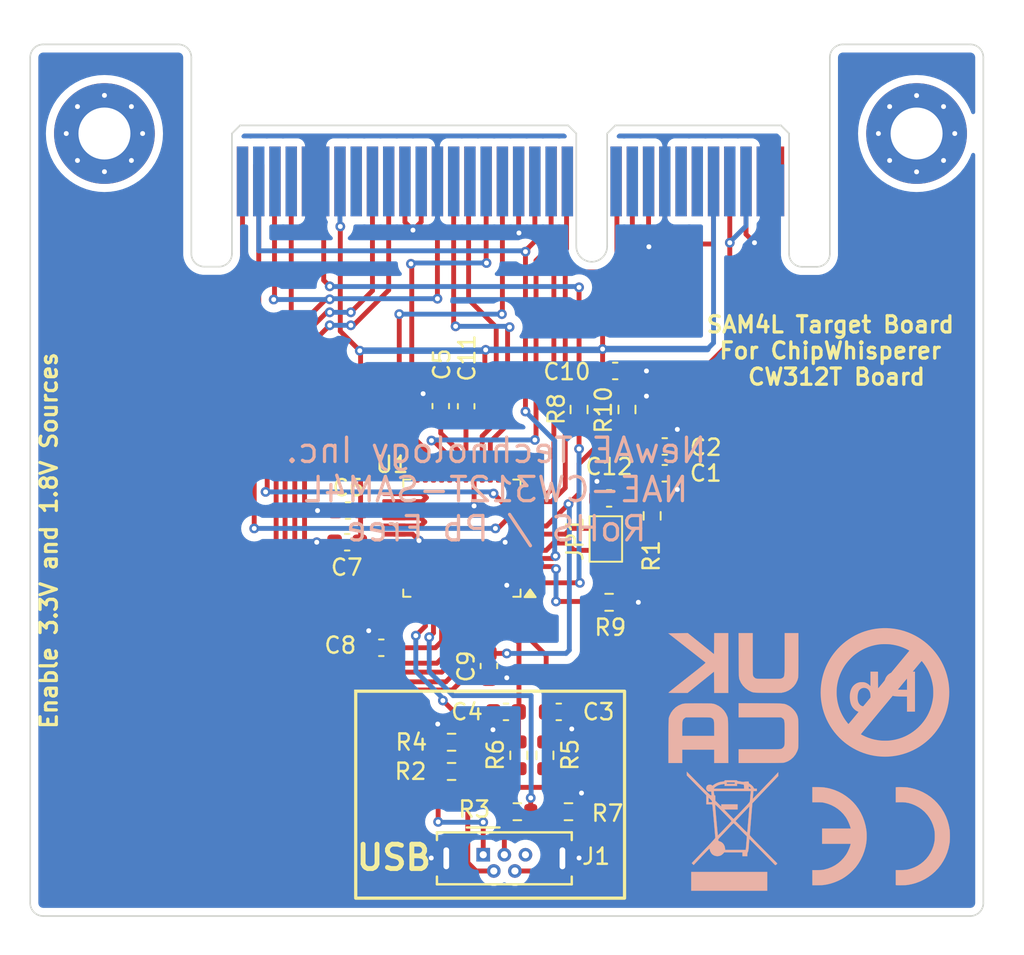
<source format=kicad_pcb>
(kicad_pcb (version 20240108) (generator "pcbnew") (generator_version "8.0")
  (layers (0 "F.Cu" signal) (31 "B.Cu" signal) (34 "B.Paste" user) (35 "F.Paste" user) (36 "B.SilkS" user "B.Silkscreen") (37 "F.SilkS" user "F.Silkscreen") (38 "B.Mask" user) (39 "F.Mask" user) (44 "Edge.Cuts" user))
  (net 0 "")
  (net 1 "/SHUNTH")
  (net 2 "GND")
  (net 3 "/USB_P")
  (net 4 "/USB_N")
  (net 5 "+3V3")
  (net 6 "Net-(U1-VDDOUT)")
  (net 7 "/ID")
  (net 8 "/D-")
  (net 9 "/+5")
  (net 10 "/D+")
  (net 12 "/SHUNTL")
  (net 13 "Net-(P1-FILTIN)")
  (net 22 "/PA05")
  (net 24 "/TMS")
  (net 25 "/USART_TX")
  (net 27 "/TDO{slash}SCK")
  (net 31 "/MISO")
  (net 34 "/TCK")
  (net 38 "/MOSI")
  (net 40 "/PA08")
  (net 45 "/RST")
  (net 46 "/CLKIN")
  (net 47 "/PA06")
  (net 50 "/PA07")
  (net 53 "/PA04")
  (net 54 "/TDI")
  (net 55 "/USART_RX")
  (net 56 "/PA19")
  (net 57 "/PA20")
  (net 58 "Net-(U1-PA00)")
  (net 59 "Net-(U1-PA02)")
  (net 60 "Net-(U1-CAPH)")
  (net 66 "Net-(U1-BIASH)")
  (footprint "Resistor_SMD:R_0603_1608Metric" (layer "F.Cu") (at 142.59 101.825 -90)
    (property "Reference" "R6")
    (property "Value" "RES_33R_0603")
  )
  (footprint "Capacitor_SMD:C_0603_1608Metric" (layer "F.Cu") (at 139.35 80.325 -90)
    (property "Reference" "C11")
    (property "Value" "CAP_100n_10V_0603")
  )
  (footprint "Capacitor_SMD:C_0603_1608Metric" (layer "F.Cu") (at 132.075 86.75)
    (property "Reference" "C6")
    (property "Value" "CAP_100n_10V_0603")
  )
  (footprint "Resistor_SMD:R_0603_1608Metric" (layer "F.Cu") (at 148.15 92.4 180)
    (property "Reference" "R9")
    (property "Value" "RES_10k_0603")
  )
  (footprint "Resistor_SMD:R_0603_1608Metric" (layer "F.Cu") (at 138.45 102.82 180)
    (property "Reference" "R2")
    (property "Value" "RES_47k_0603")
  )
  (footprint "Capacitor_SMD:C_0603_1608Metric" (layer "F.Cu") (at 141.8 99.15)
    (property "Reference" "C4")
    (property "Value" "CAP_47p_50V_0603")
  )
  (footprint "Silkscrren_Symbols:CE-Logo_8.5x6mm_SilkScreen" (layer "F.Cu") (at 164.9 106.8)
    (property "Reference" "PCB1" (hide yes))
    (property "Value" "CE Symbol" (hide yes))
  )
  (footprint "Capacitor_SMD:C_0603_1608Metric" (layer "F.Cu") (at 134.125 95.2)
    (property "Reference" "C8")
    (property "Value" "CAP_100n_10V_0603")
  )
  (footprint "Capacitor_SMD:C_0603_1608Metric" (layer "F.Cu") (at 151.575 82.8)
    (property "Reference" "C2")
    (property "Value" "CAP_2u2_6.3V_0603")
  )
  (footprint "Connector_USB:USB_Micro-B_Wuerth_614105150721_Vertical" (layer "F.Cu") (at 140.4 107.95)
    (property "Reference" "J1")
    (property "Value" "614105150721")
  )
  (footprint "Resistor_SMD:R_0603_1608Metric" (layer "F.Cu") (at 142.5 105.3)
    (property "Reference" "R3")
    (property "Value" "RES_1k5_0603")
  )
  (footprint "Jumper:SolderJumper-2_P1.3mm_Open_Pad1.0x1.5mm" (layer "F.Cu") (at 147.95 88.500001 -90)
    (property "Reference" "JP1")
    (property "Value" "~")
  )
  (footprint "Resistor_SMD:R_0603_1608Metric" (layer "F.Cu") (at 144.2 101.825 -90)
    (property "Reference" "R5")
    (property "Value" "RES_33R_0603")
  )
  (footprint "tutorial_2_library:CW312_Template" (layer "F.Cu") (at 117.08 63.525)
    (property "Reference" "P1" (hide yes))
    (property "Value" "PCIEx4 EDGE CONNECTOR")
    (fp_line (start -4.57 -4.69) (end -4.57 47.4) (stroke (width 0.1)) (layer "Edge.Cuts"))
    (fp_line (start 4.55 -5.49) (end -3.77 -5.49) (stroke (width 0.1)) (layer "Edge.Cuts"))
    (fp_line (start 5.35 7.4) (end 5.35 -4.69) (stroke (width 0.1)) (layer "Edge.Cuts"))
    (fp_line (start 7.05 8.2) (end 6.15 8.2) (stroke (width 0.1)) (layer "Edge.Cuts"))
    (fp_line (start 7.85 0) (end 8.35 -0.5) (stroke (width 0.1)) (layer "Edge.Cuts"))
    (fp_line (start 7.85 7.4) (end 7.85 0) (stroke (width 0.1)) (layer "Edge.Cuts"))
    (fp_line (start 28.55 -0.5) (end 8.35 -0.5) (stroke (width 0.1)) (layer "Edge.Cuts"))
    (fp_line (start 29.05 0) (end 28.55 -0.5) (stroke (width 0.1)) (layer "Edge.Cuts"))
    (fp_line (start 29.05 6.95) (end 29.05 0) (stroke (width 0.1)) (layer "Edge.Cuts"))
    (fp_line (start 30.95 0) (end 31.45 -0.5) (stroke (width 0.1)) (layer "Edge.Cuts"))
    (fp_line (start 30.95 6.95) (end 30.95 0) (stroke (width 0.1)) (layer "Edge.Cuts"))
    (fp_line (start 41.65 -0.5) (end 31.45 -0.5) (stroke (width 0.1)) (layer "Edge.Cuts"))
    (fp_line (start 42.15 0) (end 41.65 -0.5) (stroke (width 0.1)) (layer "Edge.Cuts"))
    (fp_line (start 42.15 7.41) (end 42.15 0) (stroke (width 0.1)) (layer "Edge.Cuts"))
    (fp_line (start 42.95 8.21) (end 43.86 8.21) (stroke (width 0.1)) (layer "Edge.Cuts"))
    (fp_line (start 44.66 7.41) (end 44.66 -4.69) (stroke (width 0.1)) (layer "Edge.Cuts"))
    (fp_line (start 45.46 -5.49) (end 53.31 -5.49) (stroke (width 0.1)) (layer "Edge.Cuts"))
    (fp_line (start 53.31 48.2) (end -3.77 48.2) (stroke (width 0.1)) (layer "Edge.Cuts"))
    (fp_line (start 54.11 -4.69) (end 54.11 47.4) (stroke (width 0.1)) (layer "Edge.Cuts"))
    (fp_arc (start -4.57 -4.69) (mid -4.335685 -5.255685) (end -3.77 -5.49) (stroke (width 0.1)) (layer "Edge.Cuts"))
    (fp_arc (start -3.77 48.2) (mid -4.335685 47.965685) (end -4.57 47.4) (stroke (width 0.1)) (layer "Edge.Cuts"))
    (fp_arc (start 4.55 -5.49) (mid 5.115685 -5.255685) (end 5.35 -4.69) (stroke (width 0.1)) (layer "Edge.Cuts"))
    (fp_arc (start 6.15 8.2) (mid 5.584315 7.965685) (end 5.35 7.4) (stroke (width 0.1)) (layer "Edge.Cuts"))
    (fp_arc (start 7.85 7.4) (mid 7.615685 7.965685) (end 7.05 8.2) (stroke (width 0.1)) (layer "Edge.Cuts"))
    (fp_arc (start 30.95 6.95) (mid 30 7.9) (end 29.05 6.95) (stroke (width 0.1)) (layer "Edge.Cuts"))
    (fp_arc (start 42.95 8.21) (mid 42.384315 7.975685) (end 42.15 7.41) (stroke (width 0.1)) (layer "Edge.Cuts"))
    (fp_arc (start 44.66 -4.69) (mid 44.894315 -5.255685) (end 45.46 -5.49) (stroke (width 0.1)) (layer "Edge.Cuts"))
    (fp_arc (start 44.66 7.41) (mid 44.425685 7.975685) (end 43.86 8.21) (stroke (width 0.1)) (layer "Edge.Cuts"))
    (fp_arc (start 53.31 -5.49) (mid 53.875685 -5.255685) (end 54.11 -4.69) (stroke (width 0.1)) (layer "Edge.Cuts"))
    (fp_arc (start 54.11 47.4) (mid 53.875685 47.965685) (end 53.31 48.2) (stroke (width 0.1)) (layer "Edge.Cuts"))
  )
  (footprint "Silkscrren_Symbols:Pb_Free_8.0x8.0mm_SilkScreen" (layer "F.Cu") (at 164.4 97.95)
    (property "Reference" "PCB2" (hide yes))
    (property "Value" "Pb_Free Symbol" (hide yes))
  )
  (footprint "Capacitor_SMD:C_0603_1608Metric" (layer "F.Cu") (at 151.575 84.45 180)
    (property "Reference" "C1")
    (property "Value" "CAP_100n_10V_0603")
  )
  (footprint "Capacitor_SMD:C_0603_1608Metric" (layer "F.Cu") (at 137.784949 80.314435 -90)
    (property "Reference" "C5")
    (property "Value" "CAP_100n_10V_0603")
  )
  (footprint "Capacitor_SMD:C_0603_1608Metric" (layer "F.Cu") (at 148.15 86 180)
    (property "Reference" "C12")
    (property "Value" "CAP_2u2_6.3V_0603")
  )
  (footprint "Resistor_SMD:R_0603_1608Metric" (layer "F.Cu") (at 149.25 80.525 90)
    (property "Reference" "R10")
    (property "Value" "RES_2k2_0603")
  )
  (footprint "Resistor_SMD:R_0603_1608Metric" (layer "F.Cu") (at 138.45 101.02)
    (property "Reference" "R4")
    (property "Value" "RES_68k_0603")
  )
  (footprint "Silkscrren_Symbols:WEEE-Logo_5.6x8mm_SilkScreen" (layer "F.Cu") (at 154.666666 106.153985)
    (property "Reference" "PCB4" (hide yes))
    (property "Value" "WEEE SYMBOL" (hide yes))
  )
  (footprint "Resistor_SMD:R_0603_1608Metric" (layer "F.Cu") (at 146.3 80.525 90)
    (property "Reference" "R8")
    (property "Value" "RES_51R_0603")
  )
  (footprint "Resistor_SMD:R_0603_1608Metric" (layer "F.Cu") (at 145.65 105.3 180)
    (property "Reference" "R7")
    (property "Value" "RES_1k5_0603")
  )
  (footprint "Resistor_SMD:R_0603_1608Metric" (layer "F.Cu") (at 150.8 87.075 90)
    (property "Reference" "R1")
    (property "Value" "RES_10R_0603")
  )
  (footprint "Capacitor_SMD:C_0603_1608Metric" (layer "F.Cu") (at 132.025 88.7)
    (property "Reference" "C7")
    (property "Value" "CAP_100n_10V_0603")
  )
  (footprint "Silkscrren_Symbols:UKCA-Logo_8x8mm_SilkScreen" (layer "F.Cu") (at 155.169899 98.300334)
    (property "Reference" "PCB3" (hide yes))
    (property "Value" "UKCA symbol" (hide yes))
  )
  (footprint "Package_QFP:LQFP-48_7x7mm_P0.5mm" (layer "F.Cu") (at 139.0875 88.45 180)
    (property "Reference" "U1")
    (property "Value" "ATSAM4LC2AA-AU")
  )
  (footprint "Capacitor_SMD:C_0603_1608Metric" (layer "F.Cu") (at 140.75 96.325 90)
    (property "Reference" "C9")
    (property "Value" "CAP_100n_10V_0603")
  )
  (footprint "Capacitor_SMD:C_0603_1608Metric" (layer "F.Cu") (at 148.525 78.15 180)
    (property "Reference" "C10")
    (property "Value" "CAP_100n_10V_0603")
  )
  (footprint "Capacitor_SMD:C_0603_1608Metric" (layer "F.Cu") (at 145.05 99.15 180)
    (property "Reference" "C3")
    (property "Value" "CAP_47p_50V_0603")
  )
  (gr_rect (start 132.55 97.875) (end 149.1 110.625) (stroke (width 0.2)) (fill none) (layer "F.SilkS"))
  (gr_text "NewAE Technology Inc.\nNAE-CW312T-SAM4L\nRoHS / Pb Free" (at 141.2 88.75 0) (layer "B.SilkS") (effects (font (size 1.5 1.5) (thickness 0.2) (bold yes)) (justify bottom mirror)))
  (gr_text "Enable 3.3V and 1.8V Sources" (at 114.25 100.3 90) (layer "F.SilkS") (effects (font (size 1 1) (thickness 0.2) (bold yes)) (justify left bottom)))
  (gr_text "USB" (at 132.45 109 0) (layer "F.SilkS") (effects (font (size 1.5 1.5) (thickness 0.3) (bold yes)) (justify left bottom)))
  (gr_text "SAM4L Target Board \nFor ChipWhisperer \nCW312T Board" (at 162.15 79.1 0) (layer "F.SilkS") (effects (font (size 1 1) (thickness 0.2) (bold yes)) (justify bottom)))
  (segment (start 157.6 66.495) (end 157.58 66.475) (width 0.2) (layer "F.Cu") (net 1))
  (segment (start 150.8 81.2) (end 150.8 82.8) (width 0.3) (layer "F.Cu") (net 1))
  (segment (start 150.8 82.8) (end 150.8 84.45) (width 0.3) (layer "F.Cu") (net 1))
  (segment (start 150.8 86.65) (end 150.95 86.8) (width 0.2) (layer "F.Cu") (net 1))
  (segment (start 155.58 76.42) (end 150.8 81.2) (width 0.3) (layer "F.Cu") (net 1))
  (segment (start 155.58 70.25) (end 155.58 76.42) (width 0.3) (layer "F.Cu") (net 1))
  (segment (start 155.58 66.475) (end 155.58 70.25) (width 0.3) (layer "F.Cu") (net 1))
  (segment (start 155.1 86.8) (end 158.18 83.72) (width 0.2) (layer "F.Cu") (net 1))
  (segment (start 158.18 83.72) (end 158.18 70.28) (width 0.2) (layer "F.Cu") (net 1))
  (segment (start 150.8 84.45) (end 150.8 86.25) (width 0.3) (layer "F.Cu") (net 1))
  (segment (start 158.18 70.28) (end 157.6 69.7) (width 0.2) (layer "F.Cu") (net 1))
  (segment (start 150.95 86.8) (end 155.1 86.8) (width 0.2) (layer "F.Cu") (net 1))
  (segment (start 157.6 69.7) (end 157.6 66.495) (width 0.2) (layer "F.Cu") (net 1))
  (segment (start 150.8 86.25) (end 150.8 86.65) (width 0.2) (layer "F.Cu") (net 1))
  (via (at 155.58 70.25) (size 0.6) (drill 0.3) (layers "F.Cu" "B.Cu") (net 1))
  (segment (start 155.58 70.25) (end 155.58 70.22) (width 0.3) (layer "B.Cu") (net 1))
  (segment (start 155.58 70.22) (end 156.58 69.22) (width 0.3) (layer "B.Cu") (net 1))
  (segment (start 156.58 69.22) (end 156.58 66.475) (width 0.3) (layer "B.Cu") (net 1))
  (segment (start 152.35 82.8) (end 152.35 81.75) (width 0.3) (layer "F.Cu") (net 2))
  (segment (start 149.25 79.7) (end 150.45 79.7) (width 0.3) (layer "F.Cu") (net 2))
  (segment (start 131.3 86.75) (end 130.2 86.75) (width 0.3) (layer "F.Cu") (net 2))
  (segment (start 131.25 88.7) (end 130.15 88.7) (width 0.3) (layer "F.Cu") (net 2))
  (segment (start 145.825 100.175) (end 145.85 100.2) (width 0.2) (layer "F.Cu") (net 2))
  (segment (start 143.25 88.7) (end 141.75 88.7) (width 0.3) (layer "F.Cu") (net 2))
  (segment (start 142.58 66.475) (end 142.58 69.63) (width 0.3) (layer "F.Cu") (net 2))
  (segment (start 150.58 66.475) (end 150.58 70.48) (width 0.3) (layer "F.Cu") (net 2))
  (segment (start 146.475 104.175) (end 146.45 104.15) (width 0.2) (layer "F.Cu") (net 2))
  (segment (start 140.75 97.1) (end 141.8 97.1) (width 0.3) (layer "F.Cu") (net 2))
  (segment (start 147.4 84.95) (end 147.375 84.975) (width 0.3) (layer "F.Cu") (net 2))
  (segment (start 149.2 79.65) (end 149.25 79.7) (width 0.2) (layer "F.Cu") (net 2))
  (segment (start 137.625 101.02) (end 137.625 99.925) (width 0.3) (layer "F.Cu") (net 2))
  (segment (start 139.8375 86.4625) (end 139.8375 84.2875) (width 0.3) (layer "F.Cu") (net 2))
  (segment (start 141.8 97.1) (end 141.85 97.05) (width 0.2) (layer "F.Cu") (net 2))
  (segment (start 142.58 69.63) (end 142.6 69.65) (width 0.3) (layer "F.Cu") (net 2))
  (segment (start 136.58 68.97) (end 136.58 66.475) (width 0.3) (layer "F.Cu") (net 2))
  (segment (start 137.795514 79.55) (end 137.784949 79.539435) (width 0.2) (layer "F.Cu") (net 2))
  (segment (start 149.3 78.15) (end 150.45 78.15) (width 0.3) (layer "F.Cu") (net 2))
  (segment (start 156.58 69.73) (end 157.1 70.25) (width 0.3) (layer "F.Cu") (net 2))
  (segment (start 152.35 84.45) (end 152.35 85.45) (width 0.3) (layer "F.Cu") (net 2))
  (segment (start 146.475 105.3) (end 146.475 104.175) (width 0.3) (layer "F.Cu") (net 2))
  (segment (start 136.05 88.2) (end 136.45 88.6) (width 0.3) (layer "F.Cu") (net 2))
  (segment (start 138.125 108.17) (end 137.22 108.17) (width 0.3) (layer "F.Cu") (net 2))
  (segment (start 137.795514 79.55) (end 136.7 79.55) (width 0.3) (layer "F.Cu") (net 2))
  (segment (start 134.925 88.2) (end 136.05 88.2) (width 0.3) (layer "F.Cu") (net 2))
  (segment (start 147.375 84.975) (end 147.375 86) (width 0.3) (layer "F.Cu") (net 2))
  (segment (start 139.35 79.55) (end 137.795514 79.55) (width 0.3) (layer "F.Cu") (net 2))
  (segment (start 156.58 66.475) (end 156.58 69.73) (width 0.3) (layer "F.Cu") (net 2))
  (segment (start 137.625 99.925) (end 137.6 99.9) (width 0.2) (layer "F.Cu") (net 2))
  (segment (start 135.58 68.98) (end 135.58 66.475) (width 0.3) (layer "F.Cu") (net 2))
  (segment (start 145.825 99.15) (end 145.825 100.175) (width 0.3) (layer "F.Cu") (net 2))
  (segment (start 141.025 100.225) (end 141 100.25) (width 0.2) (layer "F.Cu") (net 2))
  (segment (start 141.025 99.15) (end 141.025 100.225) (width 0.3) (layer "F.Cu") (net 2))
  (segment (start 133.35 95.2) (end 133.35 94.15) (width 0.3) (layer "F.Cu") (net 2))
  (segment (start 150.58 70.48) (end 150.6 70.5) (width 0.3) (layer "F.Cu") (net 2))
  (segment (start 136.075 69.475) (end 136.58 68.97) (width 0.3) (layer "F.Cu") (net 2))
  (segment (start 141.8375 92.6125) (end 141.8375 91.3625) (width 0.3) (layer "F.Cu") (net 2))
  (segment (start 137.22 108.17) (end 137.2 108.15) (width 0.2) (layer "F.Cu") (net 2))
  (segment (start 145.275 108.17) (end 146.28 108.17) (width 0.3) (layer "F.Cu") (net 2))
  (segment (start 148.975 92.4) (end 149.95 92.4) (width 0.3) (layer "F.Cu") (net 2))
  (segment (start 136.075 69.475) (end 135.58 68.98) (width 0.3) (layer "F.Cu") (net 2))
  (segment (start 141.8375 91.3625) (end 141.85 91.35) (width 0.2) (layer "F.Cu") (net 2))
  (segment (start 146.28 108.17) (end 146.3 108.15) (width 0.2) (layer "F.Cu") (net 2))
  (via (at 139.8375 86.4625) (size 0.6) (drill 0.3) (layers "F.Cu" "B.Cu") (net 2))
  (via (at 141.75 88.7) (size 0.6) (drill 0.3) (layers "F.Cu" "B.Cu") (net 2))
  (via (at 146.3 108.15) (size 0.6) (drill 0.3) (layers "F.Cu" "B.Cu") (net 2))
  (via (at 141.85 91.35) (size 0.6) (drill 0.3) (layers "F.Cu" "B.Cu") (net 2))
  (via (at 136.45 88.6) (size 0.6) (drill 0.3) (layers "F.Cu" "B.Cu") (net 2))
  (via (at 150.45 78.15) (size 0.6) (drill 0.3) (layers "F.Cu" "B.Cu") (net 2))
  (via (at 149.95 92.4) (size 0.6) (drill 0.3) (layers "F.Cu" "B.Cu") (net 2))
  (via (at 137.6 99.9) (size 0.6) (drill 0.3) (layers "F.Cu" "B.Cu") (net 2))
  (via (at 146.45 104.15) (size 0.6) (drill 0.3) (layers "F.Cu" "B.Cu") (net 2))
  (via (at 133.35 94.15) (size 0.6) (drill 0.3) (layers "F.Cu" "B.Cu") (net 2))
  (via (at 142.6 69.65) (size 0.6) (drill 0.3) (layers "F.Cu" "B.Cu") (net 2))
  (via (at 136.075 69.475) (size 0.6) (drill 0.3) (layers "F.Cu" "B.Cu") (net 2))
  (via (at 150.6 70.5) (size 0.6) (drill 0.3) (layers "F.Cu" "B.Cu") (net 2))
  (via (at 157.1 70.25) (size 0.6) (drill 0.3) (layers "F.Cu" "B.Cu") (net 2))
  (via (at 130.15 88.7) (size 0.6) (drill 0.3) (layers "F.Cu" "B.Cu") (net 2))
  (via (at 150.45 79.7) (size 0.6) (drill 0.3) (layers "F.Cu" "B.Cu") (net 2))
  (via (at 152.35 85.45) (size 0.6) (drill 0.3) (layers "F.Cu" "B.Cu") (net 2))
  (via (at 147.4 84.95) (size 0.6) (drill 0.3) (layers "F.Cu" "B.Cu") (net 2))
  (via (at 137.2 108.15) (size 0.6) (drill 0.3) (layers "F.Cu" "B.Cu") (net 2))
  (via (at 130.2 86.75) (size 0.6) (drill 0.3) (layers "F.Cu" "B.Cu") (net 2))
  (via (at 141.85 97.05) (size 0.6) (drill 0.3) (layers "F.Cu" "B.Cu") (net 2))
  (via (at 152.35 81.75) (size 0.6) (drill 0.3) (layers "F.Cu" "B.Cu") (net 2))
  (via (at 136.7 79.55) (size 0.6) (drill 0.3) (layers "F.Cu" "B.Cu") (net 2))
  (via (at 141 100.25) (size 0.6) (drill 0.3) (layers "F.Cu" "B.Cu") (net 2))
  (via (at 145.85 100.2) (size 0.6) (drill 0.3) (layers "F.Cu" "B.Cu") (net 2))
  (segment (start 141.3375 92.6125) (end 141.3375 93.830394) (width 0.3) (layer "F.Cu") (net 3))
  (segment (start 141.3375 93.830394) (end 141.557106 94.05) (width 0.3) (layer "F.Cu") (net 3))
  (segment (start 141.557106 94.05) (end 142.65 94.05) (width 0.3) (layer "F.Cu") (net 3))
  (segment (start 144.275 95.675) (end 144.275 99.15) (width 0.3) (layer "F.Cu") (net 3))
  (segment (start 144.275 99.15) (end 144.275 100.925) (width 0.3) (layer "F.Cu") (net 3))
  (segment (start 144.275 100.925) (end 144.2 101) (width 0.3) (layer "F.Cu") (net 3))
  (segment (start 142.65 94.05) (end 144.275 95.675) (width 0.3) (layer "F.Cu") (net 3))
  (segment (start 142.25 94.55) (end 142.6 94.9) (width 0.3) (layer "F.Cu") (net 4))
  (segment (start 142.575 99.15) (end 142.575 100.985) (width 0.3) (layer "F.Cu") (net 4))
  (segment (start 142.6 99.125) (end 142.575 99.15) (width 0.3) (layer "F.Cu") (net 4))
  (segment (start 140.8375 94.037501) (end 141.349999 94.55) (width 0.3) (layer "F.Cu") (net 4))
  (segment (start 141.349999 94.55) (end 142.25 94.55) (width 0.3) (layer "F.Cu") (net 4))
  (segment (start 142.575 100.985) (end 142.59 101) (width 0.3) (layer "F.Cu") (net 4))
  (segment (start 142.6 94.9) (end 142.6 99.125) (width 0.3) (layer "F.Cu") (net 4))
  (segment (start 140.8375 92.6125) (end 140.8375 94.037501) (width 0.3) (layer "F.Cu") (net 4))
  (segment (start 132.8 88.7) (end 132.8 91.7) (width 0.3) (layer "F.Cu") (net 5))
  (segment (start 132.8 76.9) (end 132.85 76.95) (width 0.3) (layer "F.Cu") (net 5))
  (segment (start 141.85 95.55) (end 140.75 95.55) (width 0.3) (layer "F.Cu") (net 5))
  (segment (start 140.45 81.1) (end 139.35 81.1) (width 0.3) (layer "F.Cu") (net 5))
  (segment (start 132.8 91.7) (end 134.9 93.8) (width 0.3) (layer "F.Cu") (net 5))
  (segment (start 137.8375 94.8125) (end 137.45 95.2) (width 0.3) (layer "F.Cu") (net 5))
  (segment (start 137.45 95.2) (end 134.9 95.2) (width 0.3) (layer "F.Cu") (net 5))
  (segment (start 132.85 86.75) (end 132.85 88.65) (width 0.3) (layer "F.Cu") (net 5))
  (segment (start 132.85 76.95) (end 132.85 86.75) (width 0.3) (layer "F.Cu") (net 5))
  (segment (start 137.8375 92.6125) (end 137.8375 94.8125) (width 0.3) (layer "F.Cu") (net 5))
  (segment (start 138.8375 84.2875) (end 138.8375 83.0375) (width 0.3) (layer "F.Cu") (net 5))
  (segment (start 137.784949 81.089435) (end 139.339435 81.089435) (width 0.3) (layer "F.Cu") (net 5))
  (segment (start 140.3375 93.45312) (end 140.337499 92.6125) (width 0.3) (layer "F.Cu") (net 5))
  (segment (start 132.85 88.65) (end 132.8 88.7) (width 0.2) (layer "F.Cu") (net 5))
  (segment (start 147.75 74.25) (end 149.58 72.42) (width 0.3) (layer "F.Cu") (net 5))
  (segment (start 134.925 88.7) (end 132.8 88.7) (width 0.3) (layer "F.Cu") (net 5))
  (segment (start 140.75 95.55) (end 140.75 94.9) (width 0.3) (layer "F.Cu") (net 5))
  (segment (start 146.3 85.7) (end 146.3 83.869239) (width 0.3) (layer "F.Cu") (net 5))
  (segment (start 134.9 93.8) (end 134.9 95.2) (width 0.3) (layer "F.Cu") (net 5))
  (segment (start 146.3 83.869239) (end 147.75 82.419239) (width 0.3) (layer "F.Cu") (net 5))
  (segment (start 138.8375 83.0375) (end 137.784949 81.984949) (width 0.3) (layer "F.Cu") (net 5))
  (segment (start 140.5 81.05) (end 140.45 81.1) (width 0.3) (layer "F.Cu") (net 5))
  (segment (start 134.925 86.7) (end 132.9 86.7) (width 0.3) (layer "F.Cu") (net 5))
  (segment (start 139.339435 81.089435) (end 139.35 81.1) (width 0.3) (layer "F.Cu") (net 5))
  (segment (start 140.3375 94.4875) (end 140.3375 93.45312) (width 0.3) (layer "F.Cu") (net 5))
  (segment (start 145.65 86.35) (end 144.3 87.7) (width 0.3) (layer "F.Cu") (net 5))
  (segment (start 137.784949 81.984949) (end 137.784949 81.089435) (width 0.3) (layer "F.Cu") (net 5))
  (segment (start 144.3 87.7) (end 143.25 87.7) (width 0.3) (layer "F.Cu") (net 5))
  (segment (start 145.65 86.35) (end 146.3 85.7) (width 0.3) (layer "F.Cu") (net 5))
  (segment (start 140.5 76.9) (end 140.5 81.05) (width 0.3) (layer "F.Cu") (net 5))
  (segment (start 131.6 75.7) (end 131.6 69.25) (width 0.3) (layer "F.Cu") (net 5))
  (segment (start 140.55 76.85) (end 140.5 76.9) (width 0.3) (layer "F.Cu") (net 5))
  (segment (start 139.3375 81.1125) (end 139.35 81.1) (width 0.2) (layer "F.Cu") (net 5))
  (segment (start 132.8 76.9) (end 131.6 75.7) (width 0.3) (layer "F.Cu") (net 5))
  (segment (start 140.75 94.9) (end 140.3375 94.4875) (width 0.3) (layer "F.Cu") (net 5))
  (segment (start 139.3375 84.2875) (end 139.3375 81.1125) (width 0.3) (layer "F.Cu") (net 5))
  (segment (start 149.58 72.42) (end 149.58 66.475) (width 0.3) (layer "F.Cu") (net 5))
  (segment (start 147.75 76.8) (end 147.75 74.25) (width 0.3) (layer "F.Cu") (net 5))
  (segment (start 137.837501 92.6125) (end 137.8375 92.6125) (width 0.3) (layer "F.Cu") (net 5))
  (segment (start 147.75 82.419239) (end 147.75 78.15) (width 0.3) (layer "F.Cu") (net 5))
  (segment (start 147.75 76.8) (end 147.75 78.15) (width 0.3) (layer "F.Cu") (net 5))
  (via (at 145.65 86.35) (size 0.6) (drill 0.3) (layers "F.Cu" "B.Cu") (net 5))
  (via (at 147.75 76.8) (size 0.6) (drill 0.3) (layers "F.Cu" "B.Cu") (net 5))
  (via (at 141.85 95.55) (size 0.6) (drill 0.3) (layers "F.Cu" "B.Cu") (net 5))
  (via (at 132.8 76.9) (size 0.6) (drill 0.3) (layers "F.Cu" "B.Cu") (net 5))
  (via (at 140.55 76.85) (size 0.6) (drill 0.3) (layers "F.Cu" "B.Cu") (net 5))
  (via (at 131.6 69.25) (size 0.6) (drill 0.3) (layers "F.Cu" "B.Cu") (net 5))
  (segment (start 131.58 69.23) (end 131.6 69.25) (width 0.2) (layer "B.Cu") (net 5))
  (segment (start 154.58 76.42) (end 154.58 66.475) (width 0.3) (layer "B.Cu") (net 5))
  (segment (start 145.5 95.55) (end 145.7 95.35) (width 0.3) (layer "B.Cu") (net 5))
  (segment (start 141.85 95.55) (end 145.5 95.55) (width 0.3) (layer "B.Cu") (net 5))
  (segment (start 145.7 95.35) (end 145.7 86.4) (width 0.3) (layer "B.Cu") (net 5))
  (segment (start 145.7 86.4) (end 145.65 86.35) (width 0.3) (layer "B.Cu") (net 5))
  (segment (start 147.7 76.85) (end 147.75 76.8) (width 0.4) (layer "B.Cu") (net 5))
  (segment (start 147.75 76.8) (end 154.2 76.8) (width 0.4) (layer "B.Cu") (net 5))
  (segment (start 140.55 76.85) (end 147.7 76.85) (width 0.4) (layer "B.Cu") (net 5))
  (segment (start 154.2 76.8) (end 154.58 76.42) (width 0.3) (layer "B.Cu") (net 5))
  (segment (start 140.4 76.9) (end 132.8 76.9) (width 0.4) (layer "B.Cu") (net 5))
  (segment (start 131.58 66.475) (end 131.58 69.23) (width 0.3) (layer "B.Cu") (net 5))
  (segment (start 149.25 81.35) (end 149.25 82.7) (width 0.3) (layer "F.Cu") (net 6))
  (segment (start 149.75 86.25) (end 149.5 86) (width 0.3) (layer "F.Cu") (net 6))
  (segment (start 149.25 82.7) (end 148.925 83.025) (width 0.3) (layer "F.Cu") (net 6))
  (segment (start 143.25 88.2) (end 145.45 88.2) (width 0.3) (layer "F.Cu") (net 6))
  (segment (start 149.4 87.8) (end 149.75 87.45) (width 0.3) (layer "F.Cu") (net 6))
  (segment (start 147.949998 87.8) (end 149.4 87.8) (width 0.3) (layer "F.Cu") (net 6))
  (segment (start 145.45 88.2) (end 145.799998 87.850002) (width 0.3) (layer "F.Cu") (net 6))
  (segment (start 148.925 83.025) (end 148.925 86) (width 0.3) (layer "F.Cu") (net 6))
  (segment (start 149.5 86) (end 148.925 86) (width 0.3) (layer "F.Cu") (net 6))
  (segment (start 145.799998 87.850002) (end 147.95 87.850002) (width 0.3) (layer "F.Cu") (net 6))
  (segment (start 149.75 87.45) (end 149.75 86.25) (width 0.3) (layer "F.Cu") (net 6))
  (segment (start 144.825 106.625) (end 144.15 107.3) (width 0.3) (layer "F.Cu") (net 7))
  (segment (start 143.85 108.95) (end 142.35 108.95) (width 0.3) (layer "F.Cu") (net 7))
  (segment (start 144.15 108.65) (end 143.85 108.95) (width 0.3) (layer "F.Cu") (net 7))
  (segment (start 144.15 107.3) (end 144.15 108.65) (width 0.3) (layer "F.Cu") (net 7))
  (segment (start 144.825 105.3) (end 144.825 106.625) (width 0.3) (layer "F.Cu") (net 7))
  (segment (start 141.6 102.65) (end 142.59 102.65) (width 0.3) (layer "F.Cu") (net 8))
  (segment (start 139.45 108.44) (end 139.45 104.8) (width 0.3) (layer "F.Cu") (net 8))
  (segment (start 139.45 104.8) (end 141.6 102.65) (width 0.3) (layer "F.Cu") (net 8))
  (segment (start 141.05 108.95) (end 139.96 108.95) (width 0.3) (layer "F.Cu") (net 8))
  (segment (start 139.96 108.95) (end 139.45 108.44) (width 0.3) (layer "F.Cu") (net 8))
  (segment (start 137.625 105.925) (end 137.625 102.82) (width 0.3) (layer "F.Cu") (net 9))
  (segment (start 140.4 107.95) (end 140.4 105.7) (width 0.3) (layer "F.Cu") (net 9))
  (via (at 140.4 105.95) (size 0.6) (drill 0.3) (layers "F.Cu" "B.Cu") (net 9))
  (via (at 137.625 105.925) (size 0.6) (drill 0.3) (layers "F.Cu" "B.Cu") (net 9))
  (segment (start 137.65 105.95) (end 140.4 105.95) (width 0.3) (layer "B.Cu") (net 9))
  (segment (start 137.625 105.925) (end 137.65 105.95) (width 0.3) (layer "B.Cu") (net 9))
  (segment (start 141.675 105.3) (end 141.65 105.325) (width 0.3) (layer "F.Cu") (net 10))
  (segment (start 141.675 104.425) (end 141.675 105.3) (width 0.3) (layer "F.Cu") (net 10))
  (segment (start 144.25 103.8) (end 142.3 103.8) (width 0.3) (layer "F.Cu") (net 10))
  (segment (start 144.25 102.3) (end 144.25 103.8) (width 0.3) (layer "F.Cu") (net 10))
  (segment (start 141.7 105.325) (end 141.7 107.95) (width 0.3) (layer "F.Cu") (net 10))
  (segment (start 141.675 105.3) (end 141.7 105.325) (width 0.3) (layer "F.Cu") (net 10))
  (segment (start 142.3 103.8) (end 141.675 104.425) (width 0.3) (layer "F.Cu") (net 10))
  (segment (start 150.8 88.45) (end 150.2 89.05) (width 0.3) (layer "F.Cu") (net 12))
  (segment (start 143.25 89.2) (end 144.277168 89.2) (width 0.3) (layer "F.Cu") (net 12))
  (segment (start 144.277168 89.2) (end 144.727168 88.75) (width 0.3) (layer "F.Cu") (net 12))
  (segment (start 150.8 87.9) (end 150.8 88.45) (width 0.3) (layer "F.Cu") (net 12))
  (segment (start 158.58 83.885686) (end 155.265686 87.2) (width 0.2) (layer "F.Cu") (net 12))
  (segment (start 158.58 66.475) (end 158.58 83.885686) (width 0.2) (layer "F.Cu") (net 12))
  (segment (start 146 89.2) (end 148.15 89.2) (width 0.3) (layer "F.Cu") (net 12))
  (segment (start 150.15 89.1) (end 147.95 89.1) (width 0.3) (layer "F.Cu") (net 12))
  (segment (start 150.2 89.05) (end 150.15 89.1) (width 0.3) (layer "F.Cu") (net 12))
  (segment (start 147.9 89.05) (end 147.95 89.1) (width 0.2) (layer "F.Cu") (net 12))
  (segment (start 150.95 87.2) (end 150.8 87.35) (width 0.2) (layer "F.Cu") (net 12))
  (segment (start 144.727168 88.75) (end 145.55 88.75) (width 0.3) (layer "F.Cu") (net 12))
  (segment (start 150.8 87.35) (end 150.8 87.9) (width 0.2) (layer "F.Cu") (net 12))
  (segment (start 155.265686 87.2) (end 150.95 87.2) (width 0.2) (layer "F.Cu") (net 12))
  (segment (start 145.55 88.75) (end 146 89.2) (width 0.3) (layer "F.Cu") (net 12))
  (segment (start 154.58 66.475) (end 154.58 70.33) (width 0.3) (layer "F.Cu") (net 13))
  (segment (start 151.58 70.33) (end 151.58 66.475) (width 0.3) (layer "F.Cu") (net 13))
  (segment (start 154.58 70.33) (end 151.58 70.33) (width 0.3) (layer "F.Cu") (net 13))
  (segment (start 144.35 85.7) (end 143.25 85.7) (width 0.3) (layer "F.Cu") (net 22))
  (segment (start 144.75 85.3) (end 144.75 71.4) (width 0.3) (layer "F.Cu") (net 22))
  (segment (start 145.53 70.62) (end 145.53 66.475) (width 0.3) (layer "F.Cu") (net 22))
  (segment (start 144.75 85.3) (end 144.35 85.7) (width 0.3) (layer "F.Cu") (net 22))
  (segment (start 144.75 71.4) (end 145.53 70.62) (width 0.3) (layer "F.Cu") (net 22))
  (segment (start 142.035136 86.7) (end 143.25 86.7) (width 0.3) (layer "F.Cu") (net 24))
  (segment (start 127.1 75.65) (end 126.58 75.13) (width 0.3) (layer "F.Cu") (net 24))
  (segment (start 127.1 85.5) (end 127.1 75.65) (width 0.3) (layer "F.Cu") (net 24))
  (segment (start 126.58 75.13) (end 126.58 67.025) (width 0.3) (layer "F.Cu") (net 24))
  (segment (start 141.035136 85.7) (end 142.035136 86.7) (width 0.3) (layer "F.Cu") (net 24))
  (segment (start 127 85.6) (end 127.1 85.5) (width 0.3) (layer "F.Cu") (net 24))
  (via (at 141.035136 85.7) (size 0.6) (drill 0.3) (layers "F.Cu" "B.Cu") (net 24))
  (via (at 127 85.6) (size 0.6) (drill 0.3) (layers "F.Cu" "B.Cu") (net 24))
  (segment (start 140.935136 85.6) (end 141.035136 85.7) (width 0.3) (layer "B.Cu") (net 24))
  (segment (start 127 85.6) (end 140.935136 85.6) (width 0.3) (layer "B.Cu") (net 24))
  (segment (start 135.23 74.65) (end 135.23 82.08) (width 0.3) (layer "F.Cu") (net 25))
  (segment (start 135.23 82.08) (end 136.3375 83.1875) (width 0.3) (layer "F.Cu") (net 25))
  (segment (start 141.55 74.65) (end 141.55 74.56) (width 0.3) (layer "F.Cu") (net 25))
  (segment (start 141.58 74.53) (end 141.58 66.475) (width 0.3) (layer "F.Cu") (net 25))
  (segment (start 136.3375 83.1875) (end 136.3375 84.2875) (width 0.3) (layer "F.Cu") (net 25))
  (segment (start 141.55 74.56) (end 141.58 74.53) (width 0.3) (layer "F.Cu") (net 25))
  (via (at 141.55 74.65) (size 0.6) (drill 0.3) (layers "F.Cu" "B.Cu") (net 25))
  (via (at 135.23 74.65) (size 0.6) (drill 0.3) (layers "F.Cu" "B.Cu") (net 25))
  (segment (start 141.55 74.65) (end 135.23 74.65) (width 0.3) (layer "B.Cu") (net 25))
  (segment (start 137.58 73.7) (end 137.58 66.475) (width 0.3) (layer "F.Cu") (net 27))
  (segment (start 138.1 97.3) (end 139.3375 96.0625) (width 0.3) (layer "F.Cu") (net 27))
  (segment (start 139.3375 96.0625) (end 139.3375 92.6125) (width 0.3) (layer "F.Cu") (net 27))
  (segment (start 130.95 73.736559) (end 130.713441 73.736559) (width 0.3) (layer "F.Cu") (net 27))
  (segment (start 129.8 97.3) (end 138.1 97.3) (width 0.3) (layer "F.Cu") (net 27))
  (segment (start 127.55 66.505) (end 127.58 66.475) (width 0.3) (layer "F.Cu") (net 27))
  (segment (start 128.2 76.25) (end 128.2 95.7) (width 0.3) (layer "F.Cu") (net 27))
  (segment (start 127.5 73.75) (end 127.55 73.7) (width 0.3) (layer "F.Cu") (net 27))
  (segment (start 128.2 95.7) (end 129.8 97.3) (width 0.3) (layer "F.Cu") (net 27))
  (segment (start 127.55 73.7) (end 127.55 66.505) (width 0.3) (layer "F.Cu") (net 27))
  (segment (start 130.713441 73.736559) (end 128.2 76.25) (width 0.3) (layer "F.Cu") (net 27))
  (via (at 130.95 73.736559) (size 0.6) (drill 0.3) (layers "F.Cu" "B.Cu") (net 27))
  (via (at 127.5 73.75) (size 0.6) (drill 0.3) (layers "F.Cu" "B.Cu") (net 27))
  (via (at 137.58 73.7) (size 0.6) (drill 0.3) (layers "F.Cu" "B.Cu") (net 27))
  (segment (start 130.986559 73.7) (end 130.95 73.736559) (width 0.3) (layer "B.Cu") (net 27))
  (segment (start 130.936559 73.75) (end 130.95 73.736559) (width 0.3) (layer "B.Cu") (net 27))
  (segment (start 127.5 73.75) (end 130.936559 73.75) (width 0.3) (layer "B.Cu") (net 27))
  (segment (start 137.58 73.7) (end 130.986559 73.7) (width 0.3) (layer "B.Cu") (net 27))
  (segment (start 129.4 76.886565) (end 129.4 95.1) (width 0.3) (layer "F.Cu") (net 31))
  (segment (start 129.4 95.1) (end 130.45 96.15) (width 0.3) (layer "F.Cu") (net 31))
  (segment (start 132.25 75.336565) (end 132.413435 75.336565) (width 0.3) (layer "F.Cu") (net 31))
  (segment (start 138.3375 95.3625) (end 138.3375 92.6125) (width 0.3) (layer "F.Cu") (net 31))
  (segment (start 132.413435 75.336565) (end 134.58 73.17) (width 0.3) (layer "F.Cu") (net 31))
  (segment (start 137.55 96.15) (end 138.3375 95.3625) (width 0.3) (layer "F.Cu") (net 31))
  (segment (start 134.58 73.17) (end 134.58 66.475) (width 0.3) (layer "F.Cu") (net 31))
  (segment (start 130.95 75.336565) (end 129.4 76.886565) (width 0.3) (layer "F.Cu") (net 31))
  (segment (start 130.45 96.15) (end 137.55 96.15) (width 0.3) (layer "F.Cu") (net 31))
  (via (at 132.25 75.336565) (size 0.6) (drill 0.3) (layers "F.Cu" "B.Cu") (net 31))
  (via (at 130.95 75.336565) (size 0.6) (drill 0.3) (layers "F.Cu" "B.Cu") (net 31))
  (segment (start 132.25 75.336565) (end 130.95 75.336565) (width 0.3) (layer "B.Cu") (net 31))
  (segment (start 141.15 87.85) (end 141.3 87.85) (width 0.3) (layer "F.Cu") (net 34))
  (segment (start 141.3 87.85) (end 141.949999 87.200001) (width 0.3) (layer "F.Cu") (net 34))
  (segment (start 126.3 75.85) (end 125.58 75.13) (width 0.3) (layer "F.Cu") (net 34))
  (segment (start 141.949999 87.200001) (end 143.25 87.200001) (width 0.3) (layer "F.Cu") (net 34))
  (segment (start 125.58 75.13) (end 125.58 66.475) (width 0.3) (layer "F.Cu") (net 34))
  (segment (start 126.3 87.85) (end 126.3 75.85) (width 0.3) (layer "F.Cu") (net 34))
  (via (at 126.3 87.85) (size 0.6) (drill 0.3) (layers "F.Cu" "B.Cu") (net 34))
  (via (at 141.15 87.85) (size 0.6) (drill 0.3) (layers "F.Cu" "B.Cu") (net 34))
  (segment (start 126.3 87.85) (end 141.15 87.85) (width 0.3) (layer "B.Cu") (net 34))
  (segment (start 128.8 95.4) (end 130.1 96.7) (width 0.3) (layer "F.Cu") (net 38))
  (segment (start 130.95 74.536562) (end 130.763438 74.536562) (width 0.3) (layer "F.Cu") (net 38))
  (segment (start 137.85 96.7) (end 138.8375 95.7125) (width 0.3) (layer "F.Cu") (net 38))
  (segment (start 130.763438 74.536562) (end 128.8 76.5) (width 0.3) (layer "F.Cu") (net 38))
  (segment (start 128.8 76.5) (end 128.8 95.4) (width 0.3) (layer "F.Cu") (net 38))
  (segment (start 132.25 74.536562) (end 133.58 73.206562) (width 0.3) (layer "F.Cu") (net 38))
  (segment (start 138.8375 95.7125) (end 138.8375 92.6125) (width 0.3) (layer "F.Cu") (net 38))
  (segment (start 130.1 96.7) (end 137.85 96.7) (width 0.3) (layer "F.Cu") (net 38))
  (segment (start 133.58 73.206562) (end 133.58 66.475) (width 0.3) (layer "F.Cu") (net 38))
  (via (at 130.95 74.536562) (size 0.6) (drill 0.3) (layers "F.Cu" "B.Cu") (net 38))
  (via (at 132.25 74.536562) (size 0.6) (drill 0.3) (layers "F.Cu" "B.Cu") (net 38))
  (segment (start 130.95 74.536562) (end 132.25 74.536562) (width 0.3) (layer "B.Cu") (net 38))
  (segment (start 138.3375 83.446879) (end 138.3375 84.2875) (width 0.3) (layer "F.Cu") (net 40))
  (segment (start 143.58076 82.4) (end 143.65 82.33076) (width 0.3) (layer "F.Cu") (net 40))
  (segment (start 144.58 70.42) (end 144.58 66.475) (width 0.3) (layer "F.Cu") (net 40))
  (segment (start 137.327448 82.436827) (end 138.3375 83.446879) (width 0.3) (layer "F.Cu") (net 40))
  (segment (start 137.213173 82.436827) (end 137.327448 82.436827) (width 0.3) (layer "F.Cu") (net 40))
  (segment (start 143.65 82.33076) (end 143.65 71.35) (width 0.3) (layer "F.Cu") (net 40))
  (segment (start 143.65 71.35) (end 144.58 70.42) (width 0.3) (layer "F.Cu") (net 40))
  (via (at 143.58076 82.4) (size 0.6) (drill 0.3) (layers "F.Cu" "B.Cu") (net 40))
  (via (at 137.213173 82.436827) (size 0.6) (drill 0.3) (layers "F.Cu" "B.Cu") (net 40))
  (segment (start 137.25 82.4) (end 137.213173 82.436827) (width 0.3) (layer "B.Cu") (net 40))
  (segment (start 143.58076 82.4) (end 137.25 82.4) (width 0.3) (layer "B.Cu") (net 40))
  (segment (start 144.696408 89.699999) (end 143.25 89.699999) (width 0.3) (layer "F.Cu") (net 45))
  (segment (start 143 70.8) (end 143.15 70.65) (width 0.3) (layer "F.Cu") (net 45))
  (segment (start 143.58 70.162894) (end 143.58 66.475) (width 0.3) (layer "F.Cu") (net 45))
  (segment (start 143.15 70.65) (end 143.15 70.592894) (width 0.3) (layer "F.Cu") (net 45))
  (segment (start 144.845639 89.550768) (end 144.696408 89.699999) (width 0.3) (layer "F.Cu") (net 45))
  (segment (start 143.15 70.592894) (end 143.58 70.162894) (width 0.3) (layer "F.Cu") (net 45))
  (segment (start 143 70.8) (end 143 80.65) (width 0.3) (layer "F.Cu") (net 45))
  (via (at 144.845639 89.550768) (size 0.6) (drill 0.3) (layers "F.Cu" "B.Cu") (net 45))
  (via (at 143 80.65) (size 0.6) (drill 0.3) (layers "F.Cu" "B.Cu") (net 45))
  (via (at 143 70.8) (size 0.6) (drill 0.3) (layers "F.Cu" "B.Cu") (net 45))
  (segment (start 142.95 70.75) (end 126.58 70.75) (width 0.3) (layer "B.Cu") (net 45))
  (segment (start 144.8 89.505129) (end 144.845639 89.550768) (width 0.3) (layer "B.Cu") (net 45))
  (segment (start 144.8 82.45) (end 144.8 89.505129) (width 0.3) (layer "B.Cu") (net 45))
  (segment (start 126.58 70.75) (end 126.58 66.475) (width 0.3) (layer "B.Cu") (net 45))
  (segment (start 143 70.8) (end 142.95 70.75) (width 0.3) (layer "B.Cu") (net 45))
  (segment (start 143 80.65) (end 144.8 82.45) (width 0.3) (layer "B.Cu") (net 45))
  (segment (start 130.95 72.936556) (end 130.58 72.566556) (width 0.3) (layer "F.Cu") (net 46))
  (segment (start 146.3 73) (end 146.3 79.7) (width 0.3) (layer "F.Cu") (net 46))
  (segment (start 130.58 72.566556) (end 130.58 66.475) (width 0.3) (layer "F.Cu") (net 46))
  (via (at 146.3 73) (size 0.6) (drill 0.3) (layers "F.Cu" "B.Cu") (net 46))
  (via (at 130.95 72.936556) (size 0.6) (drill 0.3) (layers "F.Cu" "B.Cu") (net 46))
  (segment (start 130.963444 72.95) (end 130.95 72.936556) (width 0.3) (layer "B.Cu") (net 46))
  (segment (start 146.25 72.95) (end 130.963444 72.95) (width 0.3) (layer "B.Cu") (net 46))
  (segment (start 146.3 73) (end 146.25 72.95) (width 0.3) (layer "B.Cu") (net 46))
  (segment (start 141.9 81.45) (end 140.8375 82.5125) (width 0.3) (layer "F.Cu") (net 47))
  (segment (start 138.7 75.4) (end 138.58 75.28) (width 0.3) (layer "F.Cu") (net 47))
  (segment (start 138.58 75.28) (end 138.58 66.475) (width 0.3) (layer "F.Cu") (net 47))
  (segment (start 141.9 75.572588) (end 141.9 81.45) (width 0.3) (layer "F.Cu") (net 47))
  (segment (start 142.022588 75.45) (end 141.9 75.572588) (width 0.3) (layer "F.Cu") (net 47))
  (segment (start 140.8375 82.5125) (end 140.8375 84.2875) (width 0.3) (layer "F.Cu") (net 47))
  (via (at 142.022588 75.45) (size 0.6) (drill 0.3) (layers "F.Cu" "B.Cu") (net 47))
  (via (at 138.7 75.4) (size 0.6) (drill 0.3) (layers "F.Cu" "B.Cu") (net 47))
  (segment (start 141.972588 75.4) (end 142.022588 75.45) (width 0.3) (layer "B.Cu") (net 47))
  (segment (start 138.7 75.4) (end 141.972588 75.4) (width 0.3) (layer "B.Cu") (net 47))
  (segment (start 140.3375 82.1625) (end 141.2 81.3) (width 0.3) (layer "F.Cu") (net 50))
  (segment (start 140.337499 84.2875) (end 140.3375 83.44688) (width 0.3) (layer "F.Cu") (net 50))
  (segment (start 141.2 75.45) (end 139.5 73.75) (width 0.3) (layer "F.Cu") (net 50))
  (segment (start 139.5 73.75) (end 139.5 66.555) (width 0.3) (layer "F.Cu") (net 50))
  (segment (start 140.3375 83.44688) (end 140.3375 82.1625) (width 0.3) (layer "F.Cu") (net 50))
  (segment (start 141.2 81.3) (end 141.2 75.45) (width 0.3) (layer "F.Cu") (net 50))
  (segment (start 139.5 66.555) (end 139.58 66.475) (width 0.3) (layer "F.Cu") (net 50))
  (segment (start 145.45 85.35) (end 144.6 86.2) (width 0.3) (layer "F.Cu") (net 53))
  (segment (start 148.63 72.05) (end 148.63 66.475) (width 0.3) (layer "F.Cu") (net 53))
  (segment (start 145.45 85.35) (end 145.45 72.05) (width 0.3) (layer "F.Cu") (net 53))
  (segment (start 144.6 86.2) (end 143.25 86.2) (width 0.3) (layer "F.Cu") (net 53))
  (segment (start 145.45 72.05) (end 148.63 72.05) (width 0.3) (layer "F.Cu") (net 53))
  (segment (start 138.5 97.8) (end 139.8375 96.4625) (width 0.3) (layer "F.Cu") (net 54))
  (segment (start 127.65 96) (end 129.45 97.8) (width 0.3) (layer "F.Cu") (net 54))
  (segment (start 129.45 97.8) (end 138.5 97.8) (width 0.3) (layer "F.Cu") (net 54))
  (segment (start 139.8375 96.4625) (end 139.8375 92.6125) (width 0.3) (layer "F.Cu") (net 54))
  (segment (start 128.58 74.72) (end 127.65 75.65) (width 0.3) (layer "F.Cu") (net 54))
  (segment (start 128.58 66.475) (end 128.58 74.72) (width 0.3) (layer "F.Cu") (net 54))
  (segment (start 127.65 75.65) (end 127.65 96) (width 0.3) (layer "F.Cu") (net 54))
  (segment (start 136 82.142893) (end 136.8375 82.980393) (width 0.3) (layer "F.Cu") (net 55))
  (segment (start 135.95 71.55) (end 136 71.6) (width 0.3) (layer "F.Cu") (net 55))
  (segment (start 140.6 71.5) (end 140.58 71.48) (width 0.3) (layer "F.Cu") (net 55))
  (segment (start 140.58 71.48) (end 140.58 66.475) (width 0.3) (layer "F.Cu") (net 55))
  (segment (start 136.8375 82.980393) (end 136.8375 84.2875) (width 0.3) (layer "F.Cu") (net 55))
  (segment (start 136 71.6) (end 136 82.142893) (width 0.3) (layer "F.Cu") (net 55))
  (via (at 135.95 71.55) (size 0.6) (drill 0.3) (layers "F.Cu" "B.Cu") (net 55))
  (via (at 140.6 71.5) (size 0.6) (drill 0.3) (layers "F.Cu" "B.Cu") (net 55))
  (segment (start 140.6 71.5) (end 136 71.5) (width 0.3) (layer "B.Cu") (net 55))
  (segment (start 136 71.5) (end 135.95 71.55) (width 0.3) (layer "B.Cu") (net 55))
  (segment (start 139.3 99.83462) (end 139.3 102.795) (width 0.3) (layer "F.Cu") (net 56))
  (segment (start 139.3 102.795) (end 139.275 102.82) (width 0.3) (layer "F.Cu") (net 56))
  (segment (start 136.25 94.455027) (end 136.8375 93.867527) (width 0.3) (layer "F.Cu") (net 56))
  (segment (start 137.91538 98.45) (end 139.3 99.83462) (width 0.3) (layer "F.Cu") (net 56))
  (segment (start 136.8375 93.867527) (end 136.8375 92.6125) (width 0.3) (layer "F.Cu") (net 56))
  (via (at 136.25 94.455027) (size 0.6) (drill 0.3) (layers "F.Cu" "B.Cu") (net 56))
  (via (at 137.91538 98.45) (size 0.6) (drill 0.3) (layers "F.Cu" "B.Cu") (net 56))
  (segment (start 136.25 96.65) (end 136.25 94.455027) (width 0.3) (layer "B.Cu") (net 56))
  (segment (start 137.91538 98.45) (end 137.91538 98.31538) (width 0.3) (layer "B.Cu") (net 56))
  (segment (start 137.91538 98.31538) (end 136.25 96.65) (width 0.3) (layer "B.Cu") (net 56))
  (segment (start 137.074266 94.55) (end 137.3375 94.286766) (width 0.3) (layer "F.Cu") (net 57))
  (segment (start 137.3375 94.286766) (end 137.3375 92.6125) (width 0.3) (layer "F.Cu") (net 57))
  (segment (start 143.325 104.45) (end 143.325 105.3) (width 0.3) (layer "F.Cu") (net 57))
  (via (at 137.074266 94.55) (size 0.6) (drill 0.3) (layers "F.Cu" "B.Cu") (net 57))
  (via (at 143.325 104.45) (size 0.6) (drill 0.3) (layers "F.Cu" "B.Cu") (net 57))
  (segment (start 137.074266 96.674266) (end 137.074266 94.55) (width 0.3) (layer "B.Cu") (net 57))
  (segment (start 143.325 104.45) (end 143.35 104.425) (width 0.3) (layer "B.Cu") (net 57))
  (segment (start 143.35 98.15) (end 138.55 98.15) (width 0.3) (layer "B.Cu") (net 57))
  (segment (start 143.35 104.425) (end 143.35 98.15) (width 0.3) (layer "B.Cu") (net 57))
  (segment (start 138.55 98.15) (end 137.074266 96.674266) (width 0.3) (layer "B.Cu") (net 57))
  (segment (start 146.35 91.2) (end 143.25 91.2) (width 0.3) (layer "F.Cu") (net 58))
  (segment (start 146.1 81.55) (end 146.3 81.35) (width 0.3) (layer "F.Cu") (net 58))
  (segment (start 146.3 82.95) (end 146.3 81.6) (width 0.3) (layer "F.Cu") (net 58))
  (via (at 146.3 82.95) (size 0.6) (drill 0.3) (layers "F.Cu" "B.Cu") (net 58))
  (via (at 146.35 91.2) (size 0.6) (drill 0.3) (layers "F.Cu" "B.Cu") (net 58))
  (segment (start 146.3 91.15) (end 146.3 82.95) (width 0.3) (layer "B.Cu") (net 58))
  (segment (start 146.35 91.2) (end 146.3 91.15) (width 0.3) (layer "B.Cu") (net 58))
  (segment (start 144.88076 92.35) (end 147.275 92.35) (width 0.3) (layer "F.Cu") (net 59))
  (segment (start 144.88076 90.349999) (end 144.730761 90.2) (width 0.3) (layer "F.Cu") (net 59))
  (segment (start 144.730761 90.2) (end 143.25 90.2) (width 0.3) (layer "F.Cu") (net 59))
  (via (at 144.88076 92.35) (size 0.6) (drill 0.3) (layers "F.Cu" "B.Cu") (net 59))
  (via (at 144.88076 90.349999) (size 0.6) (drill 0.3) (layers "F.Cu" "B.Cu") (net 59))
  (segment (start 144.88076 92.35) (end 144.88076 90.349999) (width 0.3) (layer "B.Cu") (net 59))
  (segment (start 136.65 85.7) (end 136.9 85.95) (width 0.3) (layer "F.Cu") (net 60))
  (segment (start 136.65 86.2) (end 134.925 86.2) (width 0.3) (layer "F.Cu") (net 60))
  (segment (start 134.925 85.7) (end 136.65 85.7) (width 0.3) (layer "F.Cu") (net 60))
  (segment (start 136.9 85.95) (end 136.65 86.2) (width 0.3) (layer "F.Cu") (net 60))
  (segment (start 136.550001 87.200001) (end 136.8 87.45) (width 0.3) (layer "F.Cu") (net 66))
  (segment (start 134.925 87.200001) (end 136.550001 87.200001) (width 0.3) (layer "F.Cu") (net 66))
  (segment (start 136.8 87.45) (end 136.55 87.7) (width 0.3) (layer "F.Cu") (net 66))
  (segment (start 136.55 87.7) (end 134.925 87.7) (width 0.3) (layer "F.Cu") (net 66))
  (zone (net 2) (net_name "GND") (layer "B.Cu") (connect_pads yes (clearance 0.5)) (min_thickness 0.25) (fill yes (thermal_gap 0.5) (thermal_bridge_width 0.5))
    (polygon (pts (xy 110.65 55.3) (xy 173.7 55.3) (xy 173.7 114.15) (xy 110.65 114.15)))
  )
)
</source>
